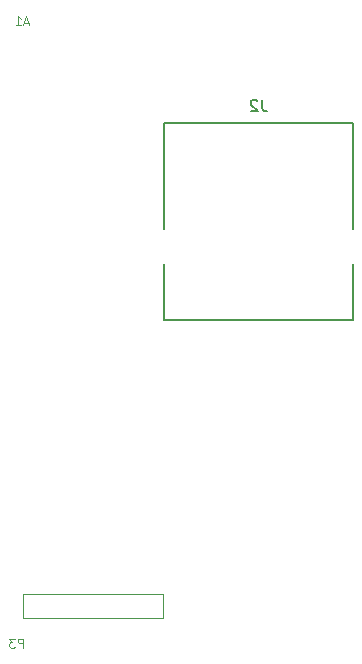
<source format=gbr>
%TF.GenerationSoftware,KiCad,Pcbnew,6.0.0*%
%TF.CreationDate,2022-05-21T22:27:13+02:00*%
%TF.ProjectId,cowdin-3b-esp32,636f7764-696e-42d3-9362-2d6573703332,1*%
%TF.SameCoordinates,Original*%
%TF.FileFunction,Legend,Bot*%
%TF.FilePolarity,Positive*%
%FSLAX46Y46*%
G04 Gerber Fmt 4.6, Leading zero omitted, Abs format (unit mm)*
G04 Created by KiCad (PCBNEW 6.0.0) date 2022-05-21 22:27:13*
%MOMM*%
%LPD*%
G01*
G04 APERTURE LIST*
%ADD10C,0.101600*%
%ADD11C,0.150000*%
%ADD12C,0.120000*%
G04 APERTURE END LIST*
D10*
%TO.C,P3*%
X142062428Y-130844714D02*
X142062428Y-130082714D01*
X141772142Y-130082714D01*
X141699571Y-130119000D01*
X141663285Y-130155285D01*
X141627000Y-130227857D01*
X141627000Y-130336714D01*
X141663285Y-130409285D01*
X141699571Y-130445571D01*
X141772142Y-130481857D01*
X142062428Y-130481857D01*
X141373000Y-130082714D02*
X140901285Y-130082714D01*
X141155285Y-130373000D01*
X141046428Y-130373000D01*
X140973857Y-130409285D01*
X140937571Y-130445571D01*
X140901285Y-130518142D01*
X140901285Y-130699571D01*
X140937571Y-130772142D01*
X140973857Y-130808428D01*
X141046428Y-130844714D01*
X141264142Y-130844714D01*
X141336714Y-130808428D01*
X141373000Y-130772142D01*
D11*
%TO.C,J2*%
X162333333Y-84452380D02*
X162333333Y-85166666D01*
X162380952Y-85309523D01*
X162476190Y-85404761D01*
X162619047Y-85452380D01*
X162714285Y-85452380D01*
X161904761Y-84547619D02*
X161857142Y-84500000D01*
X161761904Y-84452380D01*
X161523809Y-84452380D01*
X161428571Y-84500000D01*
X161380952Y-84547619D01*
X161333333Y-84642857D01*
X161333333Y-84738095D01*
X161380952Y-84880952D01*
X161952380Y-85452380D01*
X161333333Y-85452380D01*
D10*
%TO.C,A1*%
X142544285Y-77927000D02*
X142181428Y-77927000D01*
X142616857Y-78144714D02*
X142362857Y-77382714D01*
X142108857Y-78144714D01*
X141455714Y-78144714D02*
X141891142Y-78144714D01*
X141673428Y-78144714D02*
X141673428Y-77382714D01*
X141746000Y-77491571D01*
X141818571Y-77564142D01*
X141891142Y-77600428D01*
D12*
%TO.C,P3*%
X153900000Y-126330000D02*
X153900000Y-128330000D01*
X142100000Y-126330000D02*
X153900000Y-126330000D01*
X142100000Y-128330000D02*
X142100000Y-126330000D01*
X142100000Y-128330000D02*
X153900000Y-128330000D01*
D11*
%TO.C,J2*%
X170000000Y-103100000D02*
X170000000Y-98350000D01*
X170000000Y-103100000D02*
X154000000Y-103100000D01*
X154000000Y-86400000D02*
X154000000Y-95400000D01*
X154000000Y-103100000D02*
X154000000Y-98350000D01*
X170000000Y-86400000D02*
X170000000Y-95400000D01*
X170000000Y-86400000D02*
X154000000Y-86400000D01*
%TD*%
M02*

</source>
